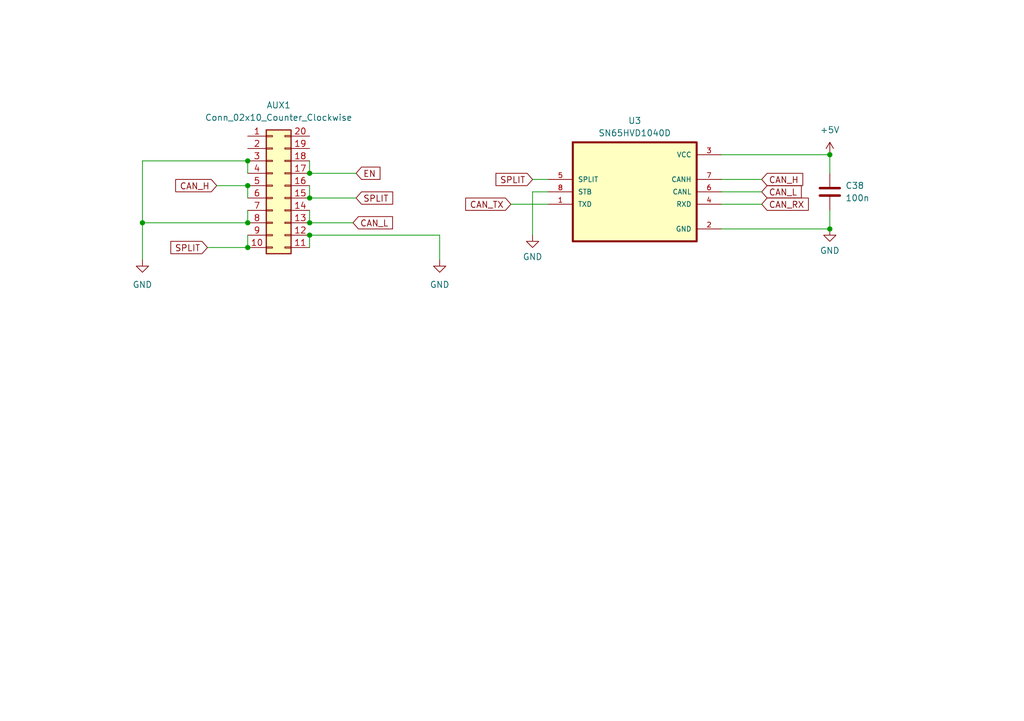
<source format=kicad_sch>
(kicad_sch (version 20231120) (generator "eeschema") (generator_version "8.0")
  (paper "A5")
  (lib_symbols
    (symbol "Connector_Generic:Conn_02x10_Counter_Clockwise" (pin_names (offset 1.016) hide)
      (property "Reference" "J" (at 1.27 12.7 0))
      (property "Value" "Conn_02x10_Counter_Clockwise" (at 1.27 -15.24 0))
      (symbol "Conn_02x10_Counter_Clockwise_1_1"
        (rectangle (start -1.27 -12.573) (end 0 -12.827) (stroke (width 0.1524)))
        (rectangle (start -1.27 -10.033) (end 0 -10.287) (stroke (width 0.1524)))
        (rectangle (start -1.27 -7.493) (end 0 -7.747) (stroke (width 0.1524)))
        (rectangle (start -1.27 -4.953) (end 0 -5.207) (stroke (width 0.1524)))
        (rectangle (start -1.27 -2.413) (end 0 -2.667) (stroke (width 0.1524)))
        (rectangle (start -1.27 0.127) (end 0 -0.127) (stroke (width 0.1524)))
        (rectangle (start -1.27 2.667) (end 0 2.413) (stroke (width 0.1524)))
        (rectangle (start -1.27 5.207) (end 0 4.953) (stroke (width 0.1524)))
        (rectangle (start -1.27 7.747) (end 0 7.493) (stroke (width 0.1524)))
        (rectangle (start -1.27 10.287) (end 0 10.033) (stroke (width 0.1524)))
        (rectangle (start -1.27 11.43) (end 3.81 -13.97) (stroke (width 0.254)) (fill (type background)))
        (rectangle (start 3.81 -12.573) (end 2.54 -12.827) (stroke (width 0.1524)))
        (rectangle (start 3.81 -10.033) (end 2.54 -10.287) (stroke (width 0.1524)))
        (rectangle (start 3.81 -7.493) (end 2.54 -7.747) (stroke (width 0.1524)))
        (rectangle (start 3.81 -4.953) (end 2.54 -5.207) (stroke (width 0.1524)))
        (rectangle (start 3.81 -2.413) (end 2.54 -2.667) (stroke (width 0.1524)))
        (rectangle (start 3.81 0.127) (end 2.54 -0.127) (stroke (width 0.1524)))
        (rectangle (start 3.81 2.667) (end 2.54 2.413) (stroke (width 0.1524)))
        (rectangle (start 3.81 5.207) (end 2.54 4.953) (stroke (width 0.1524)))
        (rectangle (start 3.81 7.747) (end 2.54 7.493) (stroke (width 0.1524)))
        (rectangle (start 3.81 10.287) (end 2.54 10.033) (stroke (width 0.1524)))
        (pin passive line (at -5.08 10.16 0) (length 3.81) (name "Pin_1") (number "1"))
        (pin passive line (at -5.08 -12.7 0) (length 3.81) (name "Pin_10") (number "10"))
        (pin passive line (at 7.62 -12.7 180) (length 3.81) (name "Pin_11") (number "11"))
        (pin passive line (at 7.62 -10.16 180) (length 3.81) (name "Pin_12") (number "12"))
        (pin passive line (at 7.62 -7.62 180) (length 3.81) (name "Pin_13") (number "13"))
        (pin passive line (at 7.62 -5.08 180) (length 3.81) (name "Pin_14") (number "14"))
        (pin passive line (at 7.62 -2.54 180) (length 3.81) (name "Pin_15") (number "15"))
        (pin passive line (at 7.62 0 180) (length 3.81) (name "Pin_16") (number "16"))
        (pin passive line (at 7.62 2.54 180) (length 3.81) (name "Pin_17") (number "17"))
        (pin passive line (at 7.62 5.08 180) (length 3.81) (name "Pin_18") (number "18"))
        (pin passive line (at 7.62 7.62 180) (length 3.81) (name "Pin_19") (number "19"))
        (pin passive line (at -5.08 7.62 0) (length 3.81) (name "Pin_2") (number "2"))
        (pin passive line (at 7.62 10.16 180) (length 3.81) (name "Pin_20") (number "20"))
        (pin passive line (at -5.08 5.08 0) (length 3.81) (name "Pin_3") (number "3"))
        (pin passive line (at -5.08 2.54 0) (length 3.81) (name "Pin_4") (number "4"))
        (pin passive line (at -5.08 0 0) (length 3.81) (name "Pin_5") (number "5"))
        (pin passive line (at -5.08 -2.54 0) (length 3.81) (name "Pin_6") (number "6"))
        (pin passive line (at -5.08 -5.08 0) (length 3.81) (name "Pin_7") (number "7"))
        (pin passive line (at -5.08 -7.62 0) (length 3.81) (name "Pin_8") (number "8"))
        (pin passive line (at -5.08 -10.16 0) (length 3.81) (name "Pin_9") (number "9"))
      )
    )
    (symbol "Device:C" (pin_numbers hide) (pin_names (offset 0.254))
      (property "Reference" "C" (at 0.635 2.54 0))
      (property "Value" "C" (at 0.635 -2.54 0))
      (symbol "C_0_1"
        (polyline (pts (xy -2.032 -0.762) (xy 2.032 -0.762)) (stroke (width 0.508)))
        (polyline (pts (xy -2.032 0.762) (xy 2.032 0.762)) (stroke (width 0.508)))
      )
      (symbol "C_1_1"
        (pin passive line (at 0 3.81 270) (length 2.794) (name "~") (number "1"))
        (pin passive line (at 0 -3.81 90) (length 2.794) (name "~") (number "2"))
      )
    )
    (symbol "SN65HVD1040D:SN65HVD1040D" (pin_names (offset 1.016))
      (property "Reference" "U" (at -12.7 11.16 0))
      (property "Value" "SN65HVD1040D" (at -12.7 -14.16 0))
      (symbol "SN65HVD1040D_0_0"
        (rectangle (start -12.7 -10.16) (end 12.7 10.16) (stroke (width 0.41)) (fill (type background)))
        (pin input line (at -17.78 -2.54 0) (length 5.08) (name "TXD") (number "1"))
        (pin power_in line (at 17.78 -7.62 180) (length 5.08) (name "GND") (number "2"))
        (pin power_in line (at 17.78 7.62 180) (length 5.08) (name "VCC") (number "3"))
        (pin output line (at 17.78 -2.54 180) (length 5.08) (name "RXD") (number "4"))
        (pin input line (at -17.78 2.54 0) (length 5.08) (name "SPLIT") (number "5"))
        (pin output line (at 17.78 0 180) (length 5.08) (name "CANL") (number "6"))
        (pin output line (at 17.78 2.54 180) (length 5.08) (name "CANH") (number "7"))
        (pin input line (at -17.78 0 0) (length 5.08) (name "STB") (number "8"))
      )
    )
    (symbol "power:+3.3V" (power) (pin_names (offset 0))
      (property "Value" "+3.3V" (at 0 3.556 0))
      (symbol "+3.3V_0_1"
        (polyline (pts (xy -0.762 1.27) (xy 0 2.54)))
        (polyline (pts (xy 0 0) (xy 0 2.54)))
        (polyline (pts (xy 0 2.54) (xy 0.762 1.27)))
      )
      (symbol "+3.3V_1_1"
        (pin power_in line (at 0 0 90) (length 0) hide (name "+3.3V") (number "1"))
      )
    )
    (symbol "power:GND" (power) (pin_numbers hide) (pin_names (offset 0) hide)
      (property "Value" "GND" (at 0 -3.81 0))
      (symbol "GND_0_1"
        (polyline (pts (xy 0 0) (xy 0 -1.27) (xy 1.27 -1.27) (xy 0 -2.54) (xy -1.27 -1.27) (xy 0 -1.27)))
      )
      (symbol "GND_1_1"
        (pin power_in line (at 0 0 270) (length 0) (name "~") (number "1"))
      )
    )
  )
  (junction (at 63.5 45.72))
  (junction (at 50.8 45.72))
  (junction (at 29.21 45.72))
  (junction (at 50.8 50.8))
  (junction (at 63.5 40.64))
  (junction (at 63.5 35.56))
  (junction (at 170.18 31.75))
  (junction (at 50.8 33.02))
  (junction (at 50.8 38.1))
  (junction (at 63.5 48.26))
  (junction (at 170.18 46.99))
  (wire (pts (xy 147.955 41.91) (xy 156.21 41.91)))
  (wire (pts (xy 170.18 46.99) (xy 170.18 43.18)))
  (wire (pts (xy 50.8 33.02) (xy 50.8 35.56)))
  (wire (pts (xy 63.5 48.26) (xy 63.5 50.8)))
  (wire (pts (xy 63.5 48.26) (xy 90.17 48.26)))
  (wire (pts (xy 29.21 33.02) (xy 29.21 45.72)))
  (wire (pts (xy 147.955 39.37) (xy 156.21 39.37)))
  (wire (pts (xy 44.45 38.1) (xy 50.8 38.1)))
  (wire (pts (xy 63.5 40.64) (xy 73.025 40.64)))
  (wire (pts (xy 50.8 38.1) (xy 50.8 40.64)))
  (wire (pts (xy 147.955 36.83) (xy 156.21 36.83)))
  (wire (pts (xy 29.21 45.72) (xy 50.8 45.72)))
  (wire (pts (xy 50.8 43.18) (xy 50.8 45.72)))
  (wire (pts (xy 90.17 48.26) (xy 90.17 53.34)))
  (wire (pts (xy 170.18 31.75) (xy 170.18 35.56)))
  (wire (pts (xy 50.8 48.26) (xy 50.8 50.8)))
  (wire (pts (xy 63.5 45.72) (xy 72.39 45.72)))
  (wire (pts (xy 29.21 45.72) (xy 29.21 53.34)))
  (wire (pts (xy 112.395 39.37) (xy 109.22 39.37)))
  (wire (pts (xy 104.775 41.91) (xy 112.395 41.91)))
  (wire (pts (xy 42.545 50.8) (xy 50.8 50.8)))
  (wire (pts (xy 109.22 39.37) (xy 109.22 48.26)))
  (wire (pts (xy 63.5 33.02) (xy 63.5 35.56)))
  (wire (pts (xy 63.5 38.1) (xy 63.5 40.64)))
  (wire (pts (xy 147.955 46.99) (xy 170.18 46.99)))
  (wire (pts (xy 147.955 31.75) (xy 170.18 31.75)))
  (wire (pts (xy 63.5 43.18) (xy 63.5 45.72)))
  (wire (pts (xy 29.21 33.02) (xy 50.8 33.02)))
  (wire (pts (xy 109.22 36.83) (xy 112.395 36.83)))
  (wire (pts (xy 63.5 35.56) (xy 73.025 35.56)))
  (global_label "SPLIT" (shape input) (at 73.025 40.64 0) (property "Intersheetrefs" "${INTERSHEET_REFS}" (effects (hide yes))))
  (global_label "SPLIT" (shape input) (at 109.22 36.83 180) (property "Intersheetrefs" "${INTERSHEET_REFS}" (effects (hide yes))))
  (global_label "EN" (shape input) (at 73.025 35.56 0) (property "Intersheetrefs" "${INTERSHEET_REFS}" (effects (hide yes))))
  (global_label "CAN_L" (shape input) (at 72.39 45.72 0) (property "Intersheetrefs" "${INTERSHEET_REFS}" (effects (hide yes))))
  (global_label "CAN_RX" (shape input) (at 156.21 41.91 0) (property "Intersheetrefs" "${INTERSHEET_REFS}" (effects (hide yes))))
  (global_label "CAN_L" (shape input) (at 156.21 39.37 0) (property "Intersheetrefs" "${INTERSHEET_REFS}" (effects (hide yes))))
  (global_label "SPLIT" (shape input) (at 42.545 50.8 180) (property "Intersheetrefs" "${INTERSHEET_REFS}" (effects (hide yes))))
  (global_label "CAN_TX" (shape input) (at 104.775 41.91 180) (property "Intersheetrefs" "${INTERSHEET_REFS}" (effects (hide yes))))
  (global_label "CAN_H" (shape input) (at 156.21 36.83 0) (property "Intersheetrefs" "${INTERSHEET_REFS}" (effects (hide yes))))
  (global_label "CAN_H" (shape input) (at 44.45 38.1 180) (property "Intersheetrefs" "${INTERSHEET_REFS}" (effects (hide yes))))
  (symbol (lib_id "SN65HVD1040D:SN65HVD1040D") (at 130.175 39.37 0) (unit 1)
    (property "Reference" "U3" (at 130.175 24.765 0))
    (property "Value" "SN65HVD1040D" (at 130.175 27.305 0))
    (property "Footprint" "SN65HVD1040D:SOIC127P599X175-8N" (effects (hide yes)))
    (property "MF" "Texas Instruments" (effects (hide yes)))
    (property "Description_1" "\nIndustrial CAN Transceiver with Ultra Low Power Standby Mode with Bus Wake-up\n" (effects (hide yes)))
    (property "Package" "SOIC-8 Texas Instruments" (effects (hide yes)))
    (property "Price" "None" (effects (hide yes)))
    (property "SnapEDA_Link" "https://www.snapeda.com/parts/SN65HVD1040D/Texas+Instruments/view-part/?ref=snap" (effects (hide yes)))
    (property "MP" "SN65HVD1040D" (effects (hide yes)))
    (property "Purchase-URL" "https://www.snapeda.com/api/url_track_click_mouser/?unipart_id=232743&manufacturer=Texas Instruments&part_name=SN65HVD1040D&search_term=sn65hvd1040" (effects (hide yes)))
    (property "Availability" "In Stock" (effects (hide yes)))
    (property "Check_prices" "https://www.snapeda.com/parts/SN65HVD1040D/Texas+Instruments/view-part/?ref=eda" (effects (hide yes)))
  )
  (symbol (lib_id "power:+3.3V") (at 170.18 31.75 0) (unit 1)
    (property "Reference" "#PWR073" (effects (hide yes)))
    (property "Value" "+5V" (at 170.18 26.67 0))
  )
  (symbol (lib_id "power:GND") (at 90.17 53.34 0) (unit 1)
    (property "Reference" "#PWR02" (effects (hide yes)))
    (property "Value" "GND" (at 90.17 58.42 0))
    (property "Description" "Power symbol creates a global label with name \"GND\" , ground" (effects (hide yes)))
  )
  (symbol (lib_id "power:GND") (at 109.22 48.26 0) (unit 1)
    (property "Reference" "#PWR072" (effects (hide yes)))
    (property "Value" "GND" (at 109.22 52.705 0))
    (property "Description" "Power symbol creates a global label with name \"GND\" , ground" (effects (hide yes)))
  )
  (symbol (lib_id "power:GND") (at 170.18 46.99 0) (unit 1)
    (property "Reference" "#PWR074" (effects (hide yes)))
    (property "Value" "GND" (at 170.18 51.435 0))
    (property "Description" "Power symbol creates a global label with name \"GND\" , ground" (effects (hide yes)))
  )
  (symbol (lib_id "power:GND") (at 29.21 53.34 0) (unit 1)
    (property "Reference" "#PWR01" (effects (hide yes)))
    (property "Value" "GND" (at 29.21 58.42 0))
    (property "Description" "Power symbol creates a global label with name \"GND\" , ground" (effects (hide yes)))
  )
  (symbol (lib_id "Device:C") (at 170.18 39.37 0) (unit 1)
    (property "Reference" "C38" (at 173.355 38.0999 0) (effects (justify left)))
    (property "Value" "100n" (at 173.355 40.6399 0) (effects (justify left)))
    (property "Footprint" "Capacitor_SMD:C_0603_1608Metric_Pad1.08x0.95mm_HandSolder" (effects (hide yes)))
    (property "Description" "Unpolarized capacitor" (effects (hide yes)))
  )
  (symbol (lib_id "Connector_Generic:Conn_02x10_Counter_Clockwise") (at 55.88 38.1 0) (unit 1)
    (property "Reference" "AUX1" (at 57.15 21.59 0))
    (property "Value" "Conn_02x10_Counter_Clockwise" (at 57.15 24.13 0))
    (property "Footprint" "Connector_IDC:IDC-Header_2x10_P2.54mm_Vertical" (effects (hide yes)))
    (property "Description" "Generic connector, double row, 02x10, counter clockwise pin numbering scheme (similar to DIP package numbering), script generated (kicad-library-utils/schlib/autogen/connector/)" (effects (hide yes)))
  )
)
</source>
